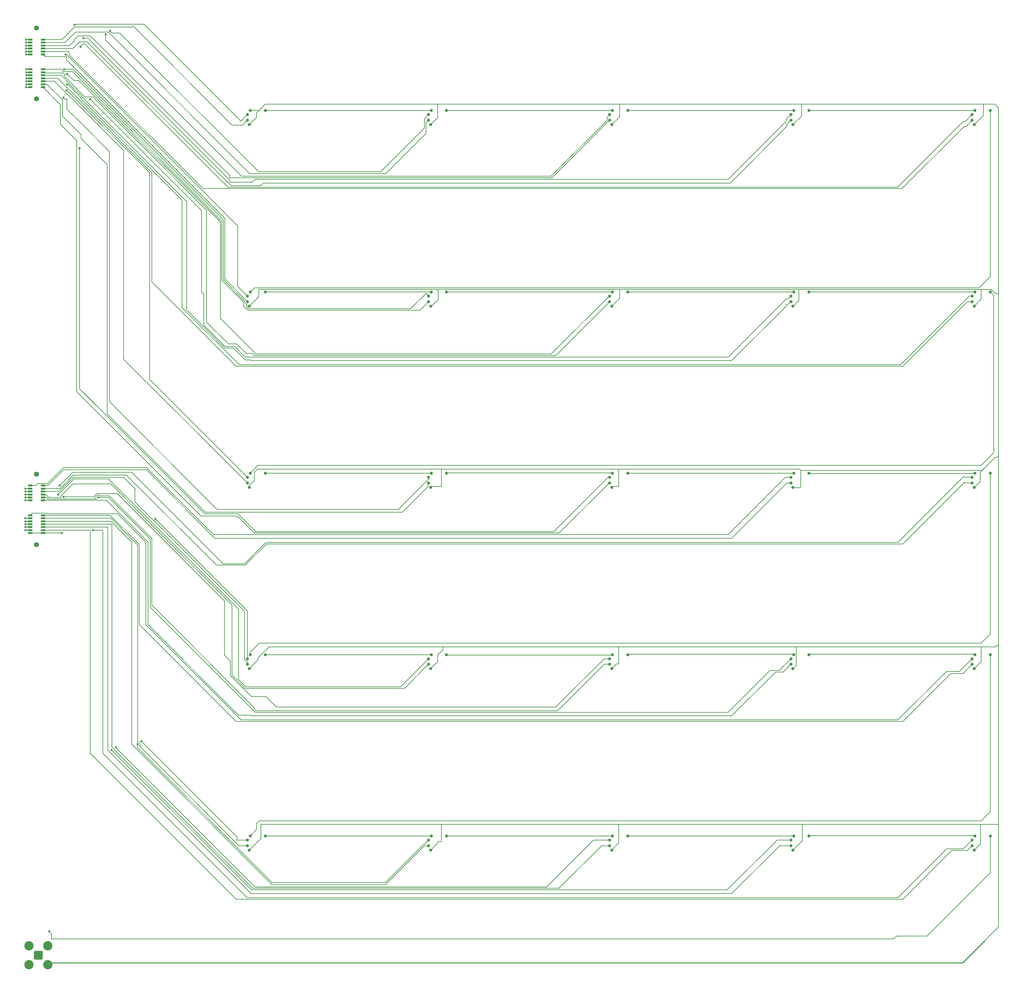
<source format=gbr>
%TF.GenerationSoftware,KiCad,Pcbnew,8.0.2-1*%
%TF.CreationDate,2024-10-14T18:36:09-04:00*%
%TF.ProjectId,EvenLayers_1.3mm_SiPM,4576656e-4c61-4796-9572-735f312e336d,rev?*%
%TF.SameCoordinates,Original*%
%TF.FileFunction,Copper,L4,Bot*%
%TF.FilePolarity,Positive*%
%FSLAX46Y46*%
G04 Gerber Fmt 4.6, Leading zero omitted, Abs format (unit mm)*
G04 Created by KiCad (PCBNEW 8.0.2-1) date 2024-10-14 18:36:09*
%MOMM*%
%LPD*%
G01*
G04 APERTURE LIST*
G04 Aperture macros list*
%AMRoundRect*
0 Rectangle with rounded corners*
0 $1 Rounding radius*
0 $2 $3 $4 $5 $6 $7 $8 $9 X,Y pos of 4 corners*
0 Add a 4 corners polygon primitive as box body*
4,1,4,$2,$3,$4,$5,$6,$7,$8,$9,$2,$3,0*
0 Add four circle primitives for the rounded corners*
1,1,$1+$1,$2,$3*
1,1,$1+$1,$4,$5*
1,1,$1+$1,$6,$7*
1,1,$1+$1,$8,$9*
0 Add four rect primitives between the rounded corners*
20,1,$1+$1,$2,$3,$4,$5,0*
20,1,$1+$1,$4,$5,$6,$7,0*
20,1,$1+$1,$6,$7,$8,$9,0*
20,1,$1+$1,$8,$9,$2,$3,0*%
G04 Aperture macros list end*
%TA.AperFunction,ComponentPad*%
%ADD10C,0.800000*%
%TD*%
%TA.AperFunction,ComponentPad*%
%ADD11RoundRect,0.200100X0.949900X-0.949900X0.949900X0.949900X-0.949900X0.949900X-0.949900X-0.949900X0*%
%TD*%
%TA.AperFunction,ComponentPad*%
%ADD12C,2.500000*%
%TD*%
%TA.AperFunction,SMDPad,CuDef*%
%ADD13R,1.200000X0.500000*%
%TD*%
%TA.AperFunction,ComponentPad*%
%ADD14C,1.348000*%
%TD*%
%TA.AperFunction,ViaPad*%
%ADD15C,0.600000*%
%TD*%
%TA.AperFunction,Conductor*%
%ADD16C,0.200000*%
%TD*%
%TA.AperFunction,Conductor*%
%ADD17C,0.250000*%
%TD*%
G04 APERTURE END LIST*
D10*
%TO.P,REF\u002A\u002A34,5*%
%TO.N,N/C*%
X322700000Y-190300000D03*
%TO.P,REF\u002A\u002A34,6*%
X326800000Y-190300000D03*
%TO.P,REF\u002A\u002A34,7*%
%TO.N,K14*%
X321950000Y-191400000D03*
%TO.P,REF\u002A\u002A34,8*%
%TO.N,A14*%
X321950000Y-192900000D03*
%TO.P,REF\u002A\u002A34,9*%
%TO.N,GND*%
X322500000Y-194100000D03*
%TD*%
%TO.P,REF\u002A\u002A40,5*%
%TO.N,N/C*%
X127500000Y-287900000D03*
%TO.P,REF\u002A\u002A40,6*%
X131600000Y-287900000D03*
%TO.P,REF\u002A\u002A40,7*%
%TO.N,K20*%
X126750000Y-289000000D03*
%TO.P,REF\u002A\u002A40,8*%
%TO.N,A20*%
X126750000Y-290500000D03*
%TO.P,REF\u002A\u002A40,9*%
%TO.N,GND*%
X127300000Y-291700000D03*
%TD*%
%TO.P,REF\u002A\u002A30,5*%
%TO.N,N/C*%
X127500000Y-190300000D03*
%TO.P,REF\u002A\u002A30,6*%
X131600000Y-190300000D03*
%TO.P,REF\u002A\u002A30,7*%
%TO.N,K10*%
X126750000Y-191400000D03*
%TO.P,REF\u002A\u002A30,8*%
%TO.N,A10*%
X126750000Y-192900000D03*
%TO.P,REF\u002A\u002A30,9*%
%TO.N,GND*%
X127300000Y-194100000D03*
%TD*%
%TO.P,REF\u002A\u002A24,5*%
%TO.N,N/C*%
X322700000Y-92700000D03*
%TO.P,REF\u002A\u002A24,6*%
X326800000Y-92700000D03*
%TO.P,REF\u002A\u002A24,7*%
%TO.N,K4*%
X321950000Y-93800000D03*
%TO.P,REF\u002A\u002A24,8*%
%TO.N,A4*%
X321950000Y-95300000D03*
%TO.P,REF\u002A\u002A24,9*%
%TO.N,GND*%
X322500000Y-96500000D03*
%TD*%
%TO.P,REF\u002A\u002A43,5*%
%TO.N,N/C*%
X273900000Y-287900000D03*
%TO.P,REF\u002A\u002A43,6*%
%TO.N,LED_23_to_24*%
X278000000Y-287900000D03*
%TO.P,REF\u002A\u002A43,7*%
%TO.N,K23*%
X273150000Y-289000000D03*
%TO.P,REF\u002A\u002A43,8*%
%TO.N,A23*%
X273150000Y-290500000D03*
%TO.P,REF\u002A\u002A43,9*%
%TO.N,GND*%
X273700000Y-291700000D03*
%TD*%
%TO.P,REF\u002A\u002A38,5*%
%TO.N,N/C*%
X273900000Y-239100000D03*
%TO.P,REF\u002A\u002A38,6*%
X278000000Y-239100000D03*
%TO.P,REF\u002A\u002A38,7*%
%TO.N,K18*%
X273150000Y-240200000D03*
%TO.P,REF\u002A\u002A38,8*%
%TO.N,A18*%
X273150000Y-241700000D03*
%TO.P,REF\u002A\u002A38,9*%
%TO.N,GND*%
X273700000Y-242900000D03*
%TD*%
D11*
%TO.P,REF\u002A\u002A,1*%
%TO.N,LED_input*%
X70500000Y-320000000D03*
D12*
%TO.P,REF\u002A\u002A,2*%
%TO.N,GND*%
X67960000Y-322540000D03*
X73040000Y-322540000D03*
X67960000Y-317460000D03*
X73040000Y-317460000D03*
%TD*%
D10*
%TO.P,REF\u002A\u002A22,5*%
%TO.N,N/C*%
X225100000Y-92700000D03*
%TO.P,REF\u002A\u002A22,6*%
X229200000Y-92700000D03*
%TO.P,REF\u002A\u002A22,7*%
%TO.N,K2*%
X224350000Y-93800000D03*
%TO.P,REF\u002A\u002A22,8*%
%TO.N,A2*%
X224350000Y-95300000D03*
%TO.P,REF\u002A\u002A22,9*%
%TO.N,GND*%
X224900000Y-96500000D03*
%TD*%
%TO.P,REF\u002A\u002A28,5*%
%TO.N,N/C*%
X273900000Y-141500000D03*
%TO.P,REF\u002A\u002A28,6*%
X278000000Y-141500000D03*
%TO.P,REF\u002A\u002A28,7*%
%TO.N,K8*%
X273150000Y-142600000D03*
%TO.P,REF\u002A\u002A28,8*%
%TO.N,A8*%
X273150000Y-144100000D03*
%TO.P,REF\u002A\u002A28,9*%
%TO.N,GND*%
X273700000Y-145300000D03*
%TD*%
%TO.P,REF\u002A\u002A23,5*%
%TO.N,N/C*%
X273900000Y-92700000D03*
%TO.P,REF\u002A\u002A23,6*%
X278000000Y-92700000D03*
%TO.P,REF\u002A\u002A23,7*%
%TO.N,K3*%
X273150000Y-93800000D03*
%TO.P,REF\u002A\u002A23,8*%
%TO.N,A3*%
X273150000Y-95300000D03*
%TO.P,REF\u002A\u002A23,9*%
%TO.N,GND*%
X273700000Y-96500000D03*
%TD*%
%TO.P,REF\u002A\u002A32,5*%
%TO.N,N/C*%
X225100000Y-190300000D03*
%TO.P,REF\u002A\u002A32,6*%
X229200000Y-190300000D03*
%TO.P,REF\u002A\u002A32,7*%
%TO.N,K12*%
X224350000Y-191400000D03*
%TO.P,REF\u002A\u002A32,8*%
%TO.N,A12*%
X224350000Y-192900000D03*
%TO.P,REF\u002A\u002A32,9*%
%TO.N,GND*%
X224900000Y-194100000D03*
%TD*%
%TO.P,REF\u002A\u002A44,5*%
%TO.N,LED_23_to_24*%
X322700000Y-287900000D03*
%TO.P,REF\u002A\u002A44,6*%
%TO.N,LED_input_after_resistor*%
X326800000Y-287900000D03*
%TO.P,REF\u002A\u002A44,7*%
%TO.N,K24*%
X321950000Y-289000000D03*
%TO.P,REF\u002A\u002A44,8*%
%TO.N,A24*%
X321950000Y-290500000D03*
%TO.P,REF\u002A\u002A44,9*%
%TO.N,GND*%
X322500000Y-291700000D03*
%TD*%
%TO.P,REF\u002A\u002A26,5*%
%TO.N,N/C*%
X176300000Y-141500000D03*
%TO.P,REF\u002A\u002A26,6*%
X180400000Y-141500000D03*
%TO.P,REF\u002A\u002A26,7*%
%TO.N,K6*%
X175550000Y-142600000D03*
%TO.P,REF\u002A\u002A26,8*%
%TO.N,A6*%
X175550000Y-144100000D03*
%TO.P,REF\u002A\u002A26,9*%
%TO.N,GND*%
X176100000Y-145300000D03*
%TD*%
%TO.P,REF\u002A\u002A36,5*%
%TO.N,N/C*%
X176300000Y-239100000D03*
%TO.P,REF\u002A\u002A36,6*%
X180400000Y-239100000D03*
%TO.P,REF\u002A\u002A36,7*%
%TO.N,K16*%
X175550000Y-240200000D03*
%TO.P,REF\u002A\u002A36,8*%
%TO.N,A16*%
X175550000Y-241700000D03*
%TO.P,REF\u002A\u002A36,9*%
%TO.N,GND*%
X176100000Y-242900000D03*
%TD*%
%TO.P,REF\u002A\u002A20,5*%
%TO.N,GND*%
X127500000Y-92700000D03*
%TO.P,REF\u002A\u002A20,6*%
%TO.N,N/C*%
X131600000Y-92700000D03*
%TO.P,REF\u002A\u002A20,7*%
%TO.N,K0*%
X126750000Y-93800000D03*
%TO.P,REF\u002A\u002A20,8*%
%TO.N,A0*%
X126750000Y-95300000D03*
%TO.P,REF\u002A\u002A20,9*%
%TO.N,GND*%
X127300000Y-96500000D03*
%TD*%
%TO.P,REF\u002A\u002A25,5*%
%TO.N,N/C*%
X127500000Y-141500000D03*
%TO.P,REF\u002A\u002A25,6*%
X131600000Y-141500000D03*
%TO.P,REF\u002A\u002A25,7*%
%TO.N,K5*%
X126750000Y-142600000D03*
%TO.P,REF\u002A\u002A25,8*%
%TO.N,A5*%
X126750000Y-144100000D03*
%TO.P,REF\u002A\u002A25,9*%
%TO.N,GND*%
X127300000Y-145300000D03*
%TD*%
%TO.P,REF\u002A\u002A37,5*%
%TO.N,N/C*%
X225100000Y-239100000D03*
%TO.P,REF\u002A\u002A37,6*%
X229200000Y-239100000D03*
%TO.P,REF\u002A\u002A37,7*%
%TO.N,K17*%
X224350000Y-240200000D03*
%TO.P,REF\u002A\u002A37,8*%
%TO.N,A17*%
X224350000Y-241700000D03*
%TO.P,REF\u002A\u002A37,9*%
%TO.N,GND*%
X224900000Y-242900000D03*
%TD*%
%TO.P,REF\u002A\u002A31,5*%
%TO.N,N/C*%
X176300000Y-190300000D03*
%TO.P,REF\u002A\u002A31,6*%
X180400000Y-190300000D03*
%TO.P,REF\u002A\u002A31,7*%
%TO.N,K11*%
X175550000Y-191400000D03*
%TO.P,REF\u002A\u002A31,8*%
%TO.N,A11*%
X175550000Y-192900000D03*
%TO.P,REF\u002A\u002A31,9*%
%TO.N,GND*%
X176100000Y-194100000D03*
%TD*%
%TO.P,REF\u002A\u002A27,5*%
%TO.N,N/C*%
X225100000Y-141500000D03*
%TO.P,REF\u002A\u002A27,6*%
X229200000Y-141500000D03*
%TO.P,REF\u002A\u002A27,7*%
%TO.N,K7*%
X224350000Y-142600000D03*
%TO.P,REF\u002A\u002A27,8*%
%TO.N,A7*%
X224350000Y-144100000D03*
%TO.P,REF\u002A\u002A27,9*%
%TO.N,GND*%
X224900000Y-145300000D03*
%TD*%
%TO.P,REF\u002A\u002A41,5*%
%TO.N,N/C*%
X176300000Y-287900000D03*
%TO.P,REF\u002A\u002A41,6*%
X180400000Y-287900000D03*
%TO.P,REF\u002A\u002A41,7*%
%TO.N,K21*%
X175550000Y-289000000D03*
%TO.P,REF\u002A\u002A41,8*%
%TO.N,A21*%
X175550000Y-290500000D03*
%TO.P,REF\u002A\u002A41,9*%
%TO.N,GND*%
X176100000Y-291700000D03*
%TD*%
%TO.P,REF\u002A\u002A29,5*%
%TO.N,N/C*%
X322700000Y-141500000D03*
%TO.P,REF\u002A\u002A29,6*%
X326800000Y-141500000D03*
%TO.P,REF\u002A\u002A29,7*%
%TO.N,K9*%
X321950000Y-142600000D03*
%TO.P,REF\u002A\u002A29,8*%
%TO.N,A9*%
X321950000Y-144100000D03*
%TO.P,REF\u002A\u002A29,9*%
%TO.N,GND*%
X322500000Y-145300000D03*
%TD*%
%TO.P,REF\u002A\u002A21,5*%
%TO.N,N/C*%
X176300000Y-92700000D03*
%TO.P,REF\u002A\u002A21,6*%
X180400000Y-92700000D03*
%TO.P,REF\u002A\u002A21,7*%
%TO.N,K1*%
X175550000Y-93800000D03*
%TO.P,REF\u002A\u002A21,8*%
%TO.N,A1*%
X175550000Y-95300000D03*
%TO.P,REF\u002A\u002A21,9*%
%TO.N,GND*%
X176100000Y-96500000D03*
%TD*%
%TO.P,REF\u002A\u002A42,5*%
%TO.N,N/C*%
X225100000Y-287900000D03*
%TO.P,REF\u002A\u002A42,6*%
X229200000Y-287900000D03*
%TO.P,REF\u002A\u002A42,7*%
%TO.N,K22*%
X224350000Y-289000000D03*
%TO.P,REF\u002A\u002A42,8*%
%TO.N,A22*%
X224350000Y-290500000D03*
%TO.P,REF\u002A\u002A42,9*%
%TO.N,GND*%
X224900000Y-291700000D03*
%TD*%
%TO.P,REF\u002A\u002A35,5*%
%TO.N,N/C*%
X127500000Y-239100000D03*
%TO.P,REF\u002A\u002A35,6*%
X131600000Y-239100000D03*
%TO.P,REF\u002A\u002A35,7*%
%TO.N,K15*%
X126750000Y-240200000D03*
%TO.P,REF\u002A\u002A35,8*%
%TO.N,A15*%
X126750000Y-241700000D03*
%TO.P,REF\u002A\u002A35,9*%
%TO.N,GND*%
X127300000Y-242900000D03*
%TD*%
%TO.P,REF\u002A\u002A39,5*%
%TO.N,N/C*%
X322700000Y-239100000D03*
%TO.P,REF\u002A\u002A39,6*%
X326800000Y-239100000D03*
%TO.P,REF\u002A\u002A39,7*%
%TO.N,K19*%
X321950000Y-240200000D03*
%TO.P,REF\u002A\u002A39,8*%
%TO.N,A19*%
X321950000Y-241700000D03*
%TO.P,REF\u002A\u002A39,9*%
%TO.N,GND*%
X322500000Y-242900000D03*
%TD*%
%TO.P,REF\u002A\u002A33,5*%
%TO.N,N/C*%
X273900000Y-190300000D03*
%TO.P,REF\u002A\u002A33,6*%
X278000000Y-190300000D03*
%TO.P,REF\u002A\u002A33,7*%
%TO.N,K13*%
X273150000Y-191400000D03*
%TO.P,REF\u002A\u002A33,8*%
%TO.N,A13*%
X273150000Y-192900000D03*
%TO.P,REF\u002A\u002A33,9*%
%TO.N,GND*%
X273700000Y-194100000D03*
%TD*%
D13*
%TO.P,REF\u002A\u002A,01*%
%TO.N,A0*%
X71700000Y-73600000D03*
%TO.P,REF\u002A\u002A,02*%
%TO.N,K0*%
X68300000Y-73600000D03*
%TO.N,A1*%
X71700000Y-74400000D03*
%TO.P,REF\u002A\u002A,04*%
%TO.N,K1*%
X68300000Y-74400000D03*
%TO.P,REF\u002A\u002A,05*%
%TO.N,A2*%
X71700000Y-75200000D03*
%TO.P,REF\u002A\u002A,06*%
%TO.N,K2*%
X68300000Y-75200000D03*
%TO.P,REF\u002A\u002A,07*%
%TO.N,A3*%
X71700000Y-76000000D03*
%TO.P,REF\u002A\u002A,08*%
%TO.N,K3*%
X68300000Y-76000000D03*
%TO.P,REF\u002A\u002A,09*%
%TO.N,A4*%
X71700000Y-76800000D03*
%TO.P,REF\u002A\u002A,10*%
%TO.N,K4*%
X68300000Y-76800000D03*
%TO.P,REF\u002A\u002A,11*%
%TO.N,A5*%
X71700000Y-77600000D03*
%TO.P,REF\u002A\u002A,12*%
%TO.N,K5*%
X68300000Y-77600000D03*
%TO.P,REF\u002A\u002A,13*%
%TO.N,A6*%
X71700000Y-81600000D03*
%TO.P,REF\u002A\u002A,14*%
%TO.N,K6*%
X68300000Y-81600000D03*
%TO.P,REF\u002A\u002A,15*%
%TO.N,A7*%
X71700000Y-82400000D03*
%TO.P,REF\u002A\u002A,16*%
%TO.N,K7*%
X68300000Y-82400000D03*
%TO.P,REF\u002A\u002A,17*%
%TO.N,A8*%
X71700000Y-83200000D03*
%TO.P,REF\u002A\u002A,18*%
%TO.N,K8*%
X68300000Y-83200000D03*
%TO.P,REF\u002A\u002A,19*%
%TO.N,A9*%
X71700000Y-84000000D03*
%TO.P,REF\u002A\u002A,20*%
%TO.N,K9*%
X68300000Y-84000000D03*
%TO.P,REF\u002A\u002A,21*%
%TO.N,A10*%
X71700000Y-84800000D03*
%TO.P,REF\u002A\u002A,22*%
%TO.N,K10*%
X68300000Y-84800000D03*
%TO.P,REF\u002A\u002A,23*%
%TO.N,A11*%
X71700000Y-85600000D03*
%TO.P,REF\u002A\u002A,24*%
%TO.N,K11*%
X68300000Y-85600000D03*
%TO.P,REF\u002A\u002A,25*%
%TO.N,A12*%
X71700000Y-86400000D03*
%TO.P,REF\u002A\u002A,26*%
%TO.N,K12*%
X68300000Y-86400000D03*
D14*
%TO.P,REF\u002A\u002A,S1*%
%TO.N,N/C*%
X70000000Y-70505000D03*
%TO.P,REF\u002A\u002A,S2*%
X70000000Y-89495000D03*
%TD*%
D13*
%TO.P,REF\u002A\u002A,01*%
%TO.N,A13*%
X71700000Y-193600000D03*
%TO.P,REF\u002A\u002A,02*%
%TO.N,K13*%
X68300000Y-193600000D03*
%TO.N,A14*%
X71700000Y-194400000D03*
%TO.P,REF\u002A\u002A,04*%
%TO.N,K14*%
X68300000Y-194400000D03*
%TO.P,REF\u002A\u002A,05*%
%TO.N,A15*%
X71700000Y-195200000D03*
%TO.P,REF\u002A\u002A,06*%
%TO.N,K15*%
X68300000Y-195200000D03*
%TO.P,REF\u002A\u002A,07*%
%TO.N,A16*%
X71700000Y-196000000D03*
%TO.P,REF\u002A\u002A,08*%
%TO.N,K16*%
X68300000Y-196000000D03*
%TO.P,REF\u002A\u002A,09*%
%TO.N,A17*%
X71700000Y-196800000D03*
%TO.P,REF\u002A\u002A,10*%
%TO.N,K17*%
X68300000Y-196800000D03*
%TO.P,REF\u002A\u002A,11*%
%TO.N,A18*%
X71700000Y-197600000D03*
%TO.P,REF\u002A\u002A,12*%
%TO.N,K18*%
X68300000Y-197600000D03*
%TO.P,REF\u002A\u002A,13*%
%TO.N,A19*%
X71700000Y-201600000D03*
%TO.P,REF\u002A\u002A,14*%
%TO.N,K19*%
X68300000Y-201600000D03*
%TO.P,REF\u002A\u002A,15*%
%TO.N,A20*%
X71700000Y-202400000D03*
%TO.P,REF\u002A\u002A,16*%
%TO.N,K20*%
X68300000Y-202400000D03*
%TO.P,REF\u002A\u002A,17*%
%TO.N,A21*%
X71700000Y-203200000D03*
%TO.P,REF\u002A\u002A,18*%
%TO.N,K21*%
X68300000Y-203200000D03*
%TO.P,REF\u002A\u002A,19*%
%TO.N,A22*%
X71700000Y-204000000D03*
%TO.P,REF\u002A\u002A,20*%
%TO.N,K22*%
X68300000Y-204000000D03*
%TO.P,REF\u002A\u002A,21*%
%TO.N,A23*%
X71700000Y-204800000D03*
%TO.P,REF\u002A\u002A,22*%
%TO.N,K23*%
X68300000Y-204800000D03*
%TO.P,REF\u002A\u002A,23*%
%TO.N,A24*%
X71700000Y-205600000D03*
%TO.P,REF\u002A\u002A,24*%
%TO.N,K24*%
X68300000Y-205600000D03*
%TO.P,REF\u002A\u002A,25*%
%TO.N,GND*%
X71700000Y-206400000D03*
%TO.P,REF\u002A\u002A,26*%
X68300000Y-206400000D03*
D14*
%TO.P,REF\u002A\u002A,S1*%
%TO.N,N/C*%
X70000000Y-190505000D03*
%TO.P,REF\u002A\u002A,S2*%
X70000000Y-209495000D03*
%TD*%
D15*
%TO.N,GND*%
X76800000Y-206400000D03*
%TO.N,K0*%
X80200000Y-69600000D03*
X67200000Y-73600000D03*
%TO.N,K1*%
X67200000Y-74400000D03*
X89800000Y-71200000D03*
%TO.N,K2*%
X67200000Y-75200000D03*
X88600000Y-72200000D03*
%TO.N,K3*%
X82600000Y-73200000D03*
X67200000Y-76000000D03*
%TO.N,K4*%
X67200000Y-76800000D03*
X81800000Y-75600000D03*
%TO.N,K5*%
X67200000Y-77600000D03*
X77800000Y-77600000D03*
%TO.N,K6*%
X77400000Y-81600000D03*
X67250000Y-81600000D03*
%TO.N,K7*%
X67250000Y-82400000D03*
X78200000Y-82800000D03*
%TO.N,K8*%
X84400000Y-89600000D03*
X67250000Y-83200000D03*
%TO.N,K9*%
X67250000Y-84000000D03*
X78200000Y-85600000D03*
%TO.N,K10*%
X67250000Y-84800000D03*
X78124265Y-87275735D03*
%TO.N,K11*%
X67250000Y-85600000D03*
X77200000Y-89200000D03*
%TO.N,K12*%
X81600000Y-102800000D03*
X67200000Y-86400000D03*
%TO.N,K14*%
X67000000Y-194400000D03*
X76192892Y-193592892D03*
%TO.N,K15*%
X102000000Y-202600000D03*
X67000000Y-195200000D03*
%TO.N,K16*%
X75800000Y-196000000D03*
X67000000Y-196000000D03*
%TO.N,K17*%
X77200000Y-196600000D03*
X67000000Y-196800000D03*
%TO.N,K18*%
X67000000Y-197600000D03*
X86600000Y-196800000D03*
%TO.N,K20*%
X67000000Y-202400000D03*
X98200000Y-262400000D03*
%TO.N,K21*%
X67000000Y-203200000D03*
X97200000Y-263200000D03*
%TO.N,K22*%
X91400000Y-264000000D03*
X67000000Y-204000000D03*
%TO.N,K23*%
X90200000Y-264800000D03*
X67000000Y-204800000D03*
%TO.N,K24*%
X67000000Y-205600000D03*
X85224265Y-205575735D03*
%TO.N,LED_input_after_resistor*%
X73400000Y-313600000D03*
%TD*%
D16*
%TO.N,*%
X324400000Y-236000000D02*
X130000000Y-236000000D01*
X180400000Y-190300000D02*
X180500000Y-190200000D01*
X229200000Y-190300000D02*
X273900000Y-190300000D01*
X130000000Y-283800000D02*
X324400000Y-283800000D01*
X225100000Y-287900000D02*
X180400000Y-287900000D01*
X326800000Y-190300000D02*
X326800000Y-233600000D01*
X128600000Y-140400000D02*
X127500000Y-141500000D01*
X180400000Y-239100000D02*
X180500000Y-239200000D01*
X324400000Y-283800000D02*
X326800000Y-281400000D01*
X327800000Y-142500000D02*
X326800000Y-141500000D01*
X326800000Y-233600000D02*
X324400000Y-236000000D01*
X322600000Y-239000000D02*
X322700000Y-239100000D01*
X129250000Y-286150000D02*
X129250000Y-284550000D01*
X225000000Y-190200000D02*
X225100000Y-190300000D01*
X127500000Y-190300000D02*
X129600000Y-188200000D01*
X176300000Y-239100000D02*
X131600000Y-239100000D01*
X127500000Y-238500000D02*
X130000000Y-236000000D01*
X129600000Y-188200000D02*
X324400000Y-188200000D01*
X322700000Y-92700000D02*
X278000000Y-92700000D01*
X277900000Y-239000000D02*
X322600000Y-239000000D01*
X180500000Y-190200000D02*
X225000000Y-190200000D01*
X273800000Y-239000000D02*
X273900000Y-239100000D01*
X176300000Y-92700000D02*
X131600000Y-92700000D01*
X323800000Y-140400000D02*
X128600000Y-140400000D01*
X273900000Y-92700000D02*
X229200000Y-92700000D01*
X176300000Y-141500000D02*
X131600000Y-141500000D01*
X225000000Y-239200000D02*
X225100000Y-239100000D01*
X176300000Y-287900000D02*
X131600000Y-287900000D01*
X229200000Y-287900000D02*
X273900000Y-287900000D01*
X129250000Y-284550000D02*
X130000000Y-283800000D01*
X326800000Y-92700000D02*
X326800000Y-137400000D01*
X225100000Y-141500000D02*
X180400000Y-141500000D01*
X326800000Y-137400000D02*
X323800000Y-140400000D01*
X273900000Y-141500000D02*
X229200000Y-141500000D01*
X127500000Y-239100000D02*
X127500000Y-238500000D01*
X326800000Y-281400000D02*
X326800000Y-239100000D01*
X225100000Y-92700000D02*
X180400000Y-92700000D01*
X130000000Y-236000000D02*
X129250000Y-236750000D01*
X322600000Y-190400000D02*
X322700000Y-190300000D01*
X180500000Y-239200000D02*
X225000000Y-239200000D01*
X131600000Y-190300000D02*
X176300000Y-190300000D01*
X278000000Y-190300000D02*
X278100000Y-190400000D01*
X278000000Y-141500000D02*
X322700000Y-141500000D01*
X229100000Y-239000000D02*
X273800000Y-239000000D01*
X127500000Y-287900000D02*
X129250000Y-286150000D01*
X278100000Y-190400000D02*
X322600000Y-190400000D01*
X327800000Y-184800000D02*
X327800000Y-142500000D01*
X324400000Y-188200000D02*
X327800000Y-184800000D01*
%TO.N,GND*%
X128600000Y-190000000D02*
X129400000Y-189200000D01*
X324400000Y-141000000D02*
X324200000Y-140800000D01*
X178950000Y-289450000D02*
X178000000Y-289450000D01*
X178000000Y-241000000D02*
X176100000Y-242900000D01*
X322550000Y-193850000D02*
X322600000Y-193800000D01*
X226200000Y-241600000D02*
X224900000Y-242900000D01*
X274800000Y-237000000D02*
X226800000Y-237000000D01*
X327800000Y-237000000D02*
X328400000Y-237000000D01*
X273700000Y-291700000D02*
X276200000Y-289200000D01*
X275800000Y-189500000D02*
X275500000Y-189200000D01*
X329000000Y-236400000D02*
X329000000Y-312400000D01*
X179000000Y-189200000D02*
X179000000Y-193800000D01*
X226800000Y-189200000D02*
X226800000Y-193800000D01*
X178200000Y-143515686D02*
X176257843Y-145457843D01*
X273800000Y-140800000D02*
X225389950Y-140800000D01*
X327089950Y-140800000D02*
X328200000Y-141910050D01*
X129800000Y-142800000D02*
X129800000Y-140800000D01*
X324200000Y-140800000D02*
X273800000Y-140800000D01*
X176100000Y-96500000D02*
X178000000Y-94600000D01*
X178000000Y-91000000D02*
X227000000Y-91000000D01*
X324400000Y-143400000D02*
X324400000Y-141000000D01*
X179200000Y-189200000D02*
X129400000Y-189200000D01*
X276200000Y-289200000D02*
X276200000Y-284800000D01*
D17*
X319400000Y-322000000D02*
X325275000Y-316125000D01*
D16*
X275500000Y-189200000D02*
X226800000Y-189200000D01*
X225150000Y-193850000D02*
X224900000Y-194100000D01*
X68300000Y-206400000D02*
X76800000Y-206400000D01*
X273800000Y-145300000D02*
X275300000Y-143800000D01*
X276000000Y-94200000D02*
X276000000Y-91000000D01*
X178950000Y-193850000D02*
X176350000Y-193850000D01*
X226750000Y-193850000D02*
X225150000Y-193850000D01*
X274600000Y-237000000D02*
X324400000Y-237000000D01*
X179000000Y-284800000D02*
X179000000Y-289400000D01*
X274600000Y-242000000D02*
X274600000Y-237000000D01*
X224900000Y-96500000D02*
X227000000Y-94400000D01*
D17*
X72600000Y-322000000D02*
X319400000Y-322000000D01*
D16*
X273700000Y-242900000D02*
X274600000Y-242000000D01*
X226800000Y-289800000D02*
X226800000Y-284800000D01*
X176100000Y-291700000D02*
X178000000Y-289800000D01*
X328000000Y-91000000D02*
X329000000Y-92000000D01*
X178200000Y-141200000D02*
X178200000Y-143515686D01*
X179400000Y-237000000D02*
X132600000Y-237000000D01*
X177800000Y-140800000D02*
X225389950Y-140800000D01*
X129900000Y-92700000D02*
X129250000Y-93350000D01*
X129800000Y-140800000D02*
X177800000Y-140800000D01*
X324700000Y-189500000D02*
X325600000Y-188600000D01*
X176350000Y-193850000D02*
X176100000Y-194100000D01*
X227000000Y-237000000D02*
X179400000Y-237000000D01*
X226800000Y-241600000D02*
X226200000Y-241600000D01*
X273700000Y-96500000D02*
X276000000Y-94200000D01*
X325600000Y-188600000D02*
X324150000Y-190050000D01*
X224900000Y-291700000D02*
X226800000Y-289800000D01*
X328200000Y-186000000D02*
X328800000Y-186000000D01*
X328400000Y-237000000D02*
X329000000Y-236400000D01*
X129600000Y-240600000D02*
X129600000Y-240000000D01*
X127300000Y-145300000D02*
X129800000Y-142800000D01*
X328200000Y-186000000D02*
X325600000Y-188600000D01*
X324150000Y-190050000D02*
X324150000Y-192450000D01*
X227000000Y-189200000D02*
X179000000Y-189200000D01*
X322500000Y-96500000D02*
X325000000Y-94000000D01*
X227000000Y-143200000D02*
X224900000Y-145300000D01*
X275300000Y-143800000D02*
X275300000Y-140800000D01*
X129250000Y-94550000D02*
X127300000Y-96500000D01*
X276200000Y-284800000D02*
X274600000Y-284800000D01*
X178000000Y-94600000D02*
X178000000Y-91000000D01*
X325000000Y-91000000D02*
X328000000Y-91000000D01*
X178000000Y-239200000D02*
X179400000Y-237800000D01*
X328800000Y-284800000D02*
X324200000Y-284800000D01*
X322600000Y-284800000D02*
X276200000Y-284800000D01*
X324200000Y-284800000D02*
X324200000Y-290000000D01*
X275800000Y-189500000D02*
X324700000Y-189500000D01*
X329000000Y-92000000D02*
X329000000Y-142000000D01*
X276000000Y-91000000D02*
X325000000Y-91000000D01*
X132600000Y-237000000D02*
X129600000Y-240000000D01*
X329000000Y-312400000D02*
X319400000Y-322000000D01*
X329000000Y-285000000D02*
X328800000Y-284800000D01*
X328910050Y-141910050D02*
X329000000Y-142000000D01*
X328800000Y-186000000D02*
X329000000Y-185800000D01*
X329000000Y-142000000D02*
X329000000Y-185800000D01*
X324200000Y-140800000D02*
X327089950Y-140800000D01*
X324200000Y-290000000D02*
X322500000Y-291700000D01*
X129250000Y-93350000D02*
X129250000Y-94550000D01*
X179200000Y-284800000D02*
X130400000Y-284800000D01*
X130400000Y-284800000D02*
X130400000Y-288600000D01*
X324400000Y-241000000D02*
X324400000Y-237000000D01*
X127500000Y-92700000D02*
X129900000Y-92700000D01*
X225389950Y-140800000D02*
X227000000Y-140800000D01*
X227000000Y-140800000D02*
X227000000Y-143200000D01*
X127300000Y-193500000D02*
X127300000Y-194100000D01*
X275750000Y-194150000D02*
X273650000Y-194150000D01*
X325000000Y-94000000D02*
X325000000Y-91000000D01*
X322500000Y-145300000D02*
X324400000Y-143400000D01*
X177800000Y-140800000D02*
X178200000Y-141200000D01*
X127300000Y-291700000D02*
X130400000Y-288600000D01*
X324200000Y-284800000D02*
X322600000Y-284800000D01*
X227000000Y-94400000D02*
X227000000Y-91000000D01*
X227000000Y-284800000D02*
X179000000Y-284800000D01*
X178000000Y-241000000D02*
X178000000Y-239200000D01*
X275800000Y-189500000D02*
X275800000Y-194100000D01*
X328200000Y-141910050D02*
X328910050Y-141910050D01*
X322500000Y-242900000D02*
X324400000Y-241000000D01*
X179400000Y-237000000D02*
X179400000Y-237800000D01*
X329000000Y-185800000D02*
X329000000Y-236400000D01*
X131600000Y-91000000D02*
X178000000Y-91000000D01*
X128600000Y-192200000D02*
X128600000Y-190000000D01*
X227000000Y-91000000D02*
X276000000Y-91000000D01*
X324400000Y-237000000D02*
X327800000Y-237000000D01*
X324150000Y-192450000D02*
X322500000Y-194100000D01*
X129900000Y-92700000D02*
X131600000Y-91000000D01*
X226800000Y-284800000D02*
X274800000Y-284800000D01*
X128600000Y-192200000D02*
X127300000Y-193500000D01*
X226800000Y-237000000D02*
X226800000Y-241600000D01*
X178000000Y-289800000D02*
X178000000Y-289450000D01*
X127300000Y-242900000D02*
X129600000Y-240600000D01*
X275300000Y-140800000D02*
X273800000Y-140800000D01*
%TO.N,K0*%
X125025000Y-95525000D02*
X98948529Y-69448529D01*
X80351471Y-69448529D02*
X80200000Y-69600000D01*
X126750000Y-93800000D02*
X125025000Y-95525000D01*
X67200000Y-73600000D02*
X68300000Y-73600000D01*
X98948529Y-69448529D02*
X80351471Y-69448529D01*
%TO.N,A0*%
X96000000Y-70000000D02*
X122625000Y-96625000D01*
X71700000Y-73600000D02*
X76800000Y-73600000D01*
X125425000Y-96625000D02*
X126750000Y-95300000D01*
X76800000Y-73600000D02*
X80200000Y-70200000D01*
X122625000Y-96625000D02*
X125425000Y-96625000D01*
X80200000Y-70200000D02*
X95800000Y-70200000D01*
X95800000Y-70200000D02*
X96000000Y-70000000D01*
%TO.N,K1*%
X174425000Y-97425000D02*
X174425000Y-94925000D01*
X89800000Y-71200000D02*
X90400000Y-71800000D01*
X162650000Y-109200000D02*
X174425000Y-97425000D01*
X90400000Y-71800000D02*
X92400000Y-71800000D01*
X129800000Y-109200000D02*
X162650000Y-109200000D01*
X174425000Y-94925000D02*
X175550000Y-93800000D01*
X67200000Y-74400000D02*
X68300000Y-74400000D01*
X92400000Y-71800000D02*
X129800000Y-109200000D01*
%TO.N,A1*%
X81800000Y-71600000D02*
X80497059Y-71600000D01*
X80497059Y-71600000D02*
X77697059Y-74400000D01*
X175550000Y-95300000D02*
X174850000Y-96000000D01*
X77697059Y-74400000D02*
X71700000Y-74400000D01*
X174850000Y-98850000D02*
X164050000Y-109650000D01*
X84000000Y-71600000D02*
X81800000Y-71600000D01*
X164050000Y-109650000D02*
X127401471Y-109650000D01*
X174850000Y-96000000D02*
X174850000Y-98850000D01*
X127401471Y-109650000D02*
X89351471Y-71600000D01*
X164050000Y-109650000D02*
X163900000Y-109800000D01*
X89351471Y-71600000D02*
X81800000Y-71600000D01*
%TO.N,K2*%
X67200000Y-75200000D02*
X68300000Y-75200000D01*
X88600000Y-72200000D02*
X88600000Y-73800000D01*
X223650000Y-95350000D02*
X223650000Y-94500000D01*
X125000000Y-110200000D02*
X125200000Y-110400000D01*
X125200000Y-110400000D02*
X208600000Y-110400000D01*
X88600000Y-73800000D02*
X125000000Y-110200000D01*
X208600000Y-110400000D02*
X223650000Y-95350000D01*
X223650000Y-94500000D02*
X224350000Y-93800000D01*
%TO.N,A2*%
X121931372Y-110800000D02*
X121931372Y-110131372D01*
X80200000Y-73565686D02*
X80200000Y-73848529D01*
X224350000Y-95300000D02*
X208850000Y-110800000D01*
X84400000Y-72600000D02*
X81165686Y-72600000D01*
X81165686Y-72600000D02*
X80200000Y-73565686D01*
X78848529Y-75200000D02*
X71700000Y-75200000D01*
X208850000Y-110800000D02*
X121931372Y-110800000D01*
X80200000Y-73848529D02*
X78848529Y-75200000D01*
X121931372Y-110131372D02*
X84400000Y-72600000D01*
%TO.N,K3*%
X84200000Y-73634313D02*
X122000000Y-111434313D01*
X271900000Y-95050000D02*
X273150000Y-93800000D01*
X128800000Y-111200000D02*
X128000000Y-112000000D01*
X84200000Y-73200000D02*
X84200000Y-73634313D01*
X67200000Y-76000000D02*
X68300000Y-76000000D01*
X256250000Y-111200000D02*
X128800000Y-111200000D01*
X128000000Y-112000000D02*
X122000000Y-112000000D01*
X271900000Y-95550000D02*
X256250000Y-111200000D01*
X122000000Y-111434313D02*
X122000000Y-112000000D01*
X84200000Y-73200000D02*
X82600000Y-73200000D01*
X271900000Y-95550000D02*
X271900000Y-95050000D01*
%TO.N,A3*%
X81600000Y-74200000D02*
X79800000Y-76000000D01*
X271900000Y-97100000D02*
X256800000Y-112200000D01*
X131000000Y-112200000D02*
X130300000Y-112900000D01*
X273150000Y-95300000D02*
X272100000Y-96350000D01*
X256800000Y-112200000D02*
X131000000Y-112200000D01*
X79800000Y-76000000D02*
X71700000Y-76000000D01*
X130300000Y-112900000D02*
X122334315Y-112900000D01*
X271900000Y-97050000D02*
X271900000Y-97100000D01*
X272100000Y-96850000D02*
X271900000Y-97050000D01*
X81600000Y-74200000D02*
X81200000Y-74600000D01*
X83634315Y-74200000D02*
X81600000Y-74200000D01*
X122334315Y-112900000D02*
X83634315Y-74200000D01*
X272100000Y-96350000D02*
X272100000Y-96850000D01*
%TO.N,K4*%
X81800000Y-75600000D02*
X82800000Y-74600000D01*
X301900000Y-113300000D02*
X319650000Y-95550000D01*
X121500000Y-113300000D02*
X301900000Y-113300000D01*
X320200000Y-95550000D02*
X321950000Y-93800000D01*
X67200000Y-76800000D02*
X68300000Y-76800000D01*
X319650000Y-95550000D02*
X320200000Y-95550000D01*
X82800000Y-74600000D02*
X121500000Y-113300000D01*
%TO.N,A4*%
X78800000Y-77751471D02*
X78800000Y-76800000D01*
X321950000Y-95300000D02*
X320200000Y-97050000D01*
X114748529Y-113700000D02*
X78800000Y-77751471D01*
X303050000Y-113700000D02*
X114748529Y-113700000D01*
X319700000Y-97050000D02*
X303050000Y-113700000D01*
X78800000Y-76800000D02*
X71700000Y-76800000D01*
X320200000Y-97050000D02*
X319700000Y-97050000D01*
%TO.N,K5*%
X77800000Y-77600000D02*
X78014214Y-77600000D01*
X126750000Y-142600000D02*
X124175000Y-140025000D01*
X124175000Y-123760786D02*
X124175000Y-140025000D01*
X78014214Y-77600000D02*
X124175000Y-123760786D01*
X67200000Y-77600000D02*
X68300000Y-77600000D01*
%TO.N,A5*%
X120650000Y-121684315D02*
X78048529Y-79082844D01*
X78048529Y-78200000D02*
X72300000Y-78200000D01*
X120650000Y-138000000D02*
X120650000Y-121684315D01*
X72300000Y-78200000D02*
X71700000Y-77600000D01*
X78048529Y-79082844D02*
X78048529Y-78200000D01*
X126750000Y-144100000D02*
X120650000Y-138000000D01*
%TO.N,K6*%
X126600000Y-145589950D02*
X126600000Y-144939950D01*
X127010050Y-146000000D02*
X126600000Y-145589950D01*
X170750000Y-146000000D02*
X127010050Y-146000000D01*
X79800000Y-81600000D02*
X77400000Y-81600000D01*
X175550000Y-142600000D02*
X174850000Y-141900000D01*
X174850000Y-141900000D02*
X170750000Y-146000000D01*
X126050000Y-144389950D02*
X126050000Y-143965686D01*
X67250000Y-81600000D02*
X68300000Y-81600000D01*
X126600000Y-144939950D02*
X126050000Y-144389950D01*
X120250000Y-122050000D02*
X79800000Y-81600000D01*
X120250000Y-138165686D02*
X120250000Y-122050000D01*
X126050000Y-143965686D02*
X120250000Y-138165686D01*
%TO.N,A6*%
X79600000Y-82200000D02*
X77151471Y-82200000D01*
X175550000Y-144100000D02*
X173250000Y-146400000D01*
X125650000Y-144131372D02*
X123210785Y-141692157D01*
X126844364Y-146400000D02*
X125650000Y-145205636D01*
X119850000Y-122450000D02*
X79600000Y-82200000D01*
X125650000Y-145205636D02*
X125650000Y-144131372D01*
X173250000Y-146400000D02*
X126844364Y-146400000D01*
X123659314Y-142140686D02*
X119850000Y-138331372D01*
X119850000Y-138331372D02*
X119850000Y-122450000D01*
X77151471Y-82200000D02*
X76551471Y-81600000D01*
X76551471Y-81600000D02*
X71700000Y-81600000D01*
%TO.N,K7*%
X224200000Y-142600000D02*
X224350000Y-142600000D01*
X81400000Y-84600000D02*
X119450000Y-122650000D01*
X119450000Y-148615686D02*
X129034314Y-158200000D01*
X78200000Y-82800000D02*
X80000000Y-84600000D01*
X208600000Y-158200000D02*
X224200000Y-142600000D01*
X67250000Y-82400000D02*
X68300000Y-82400000D01*
X119450000Y-122650000D02*
X119450000Y-148615686D01*
X129034314Y-158200000D02*
X208600000Y-158200000D01*
X80000000Y-84600000D02*
X81400000Y-84600000D01*
%TO.N,A7*%
X77200000Y-82600000D02*
X77600000Y-83000000D01*
X115800000Y-119600000D02*
X97200000Y-101000000D01*
X77600000Y-83000000D02*
X77600000Y-83585785D01*
X128600000Y-158600000D02*
X128000000Y-158000000D01*
X71900000Y-82600000D02*
X77200000Y-82600000D01*
X85200000Y-89000000D02*
X97400000Y-101200000D01*
X71700000Y-82400000D02*
X71900000Y-82600000D01*
X126400000Y-158000000D02*
X123917157Y-155517157D01*
X83000000Y-89000000D02*
X85200000Y-89000000D01*
X82000000Y-87985785D02*
X82000000Y-88000000D01*
X128000000Y-158000000D02*
X126400000Y-158000000D01*
X121682843Y-155517157D02*
X115800000Y-149634314D01*
X209850000Y-158600000D02*
X128600000Y-158600000D01*
X123917157Y-155517157D02*
X121682843Y-155517157D01*
X82000000Y-88000000D02*
X83000000Y-89000000D01*
X77600000Y-83585785D02*
X82000000Y-87985785D01*
X224350000Y-144100000D02*
X209850000Y-158600000D01*
X115800000Y-149634314D02*
X115800000Y-119600000D01*
%TO.N,K8*%
X84400000Y-89600000D02*
X114400000Y-119600000D01*
X126200000Y-159000000D02*
X123400000Y-156200000D01*
X273150000Y-142600000D02*
X272400000Y-143350000D01*
X114400000Y-141400000D02*
X115000000Y-142000000D01*
X120800000Y-156200000D02*
X115000000Y-150400000D01*
X123400000Y-156200000D02*
X120800000Y-156200000D01*
X272400000Y-143350000D02*
X271900000Y-143350000D01*
X115000000Y-150400000D02*
X115000000Y-142000000D01*
X256250000Y-159000000D02*
X126200000Y-159000000D01*
X114400000Y-119600000D02*
X114400000Y-141400000D01*
X67250000Y-83200000D02*
X68300000Y-83200000D01*
X271900000Y-143350000D02*
X256250000Y-159000000D01*
%TO.N,A8*%
X271900000Y-144850000D02*
X271900000Y-145300000D01*
X110400000Y-117200000D02*
X82600000Y-89400000D01*
X82200000Y-89000000D02*
X82200000Y-88834314D01*
X126200000Y-159800000D02*
X123000000Y-156600000D01*
X78800000Y-85351471D02*
X76648529Y-83200000D01*
X257200000Y-160000000D02*
X127800000Y-160000000D01*
X127600000Y-159800000D02*
X126200000Y-159800000D01*
X83100000Y-89900000D02*
X82200000Y-89000000D01*
X123000000Y-156600000D02*
X120634314Y-156600000D01*
X78800000Y-85434314D02*
X78800000Y-85351471D01*
X120634314Y-156600000D02*
X110400000Y-146365686D01*
X76648529Y-83200000D02*
X71700000Y-83200000D01*
X110400000Y-146365686D02*
X110400000Y-117200000D01*
X271900000Y-145300000D02*
X257200000Y-160000000D01*
X82200000Y-88834314D02*
X78800000Y-85434314D01*
X273150000Y-144100000D02*
X272400000Y-144850000D01*
X127800000Y-160000000D02*
X127600000Y-159800000D01*
X272400000Y-144850000D02*
X271900000Y-144850000D01*
%TO.N,K9*%
X78200000Y-85600000D02*
X78400000Y-85600000D01*
X67250000Y-84000000D02*
X68300000Y-84000000D01*
X78400000Y-85600000D02*
X81800000Y-89000000D01*
X81800000Y-89000000D02*
X81800000Y-89400000D01*
X109200000Y-145731372D02*
X124568628Y-161100000D01*
X302700000Y-161100000D02*
X321200000Y-142600000D01*
X81800000Y-89400000D02*
X104600000Y-112200000D01*
X104500000Y-112100000D02*
X109200000Y-116800000D01*
X124568628Y-161100000D02*
X302700000Y-161100000D01*
X109200000Y-116800000D02*
X109200000Y-145731372D01*
X321200000Y-142600000D02*
X321950000Y-142600000D01*
%TO.N,A9*%
X303300000Y-161500000D02*
X123700000Y-161500000D01*
X101000000Y-109400000D02*
X90400000Y-98800000D01*
X75751471Y-84000000D02*
X71700000Y-84000000D01*
X101000000Y-138800000D02*
X101000000Y-109400000D01*
X123700000Y-161500000D02*
X101000000Y-138800000D01*
X320700000Y-144100000D02*
X303300000Y-161500000D01*
X90400000Y-98800000D02*
X90400000Y-98648529D01*
X321950000Y-144100000D02*
X320700000Y-144100000D01*
X90400000Y-98648529D02*
X75751471Y-84000000D01*
%TO.N,A10*%
X93450000Y-159600000D02*
X93450000Y-103450000D01*
X74800000Y-84800000D02*
X71700000Y-84800000D01*
X93450000Y-103450000D02*
X74800000Y-84800000D01*
X126750000Y-192900000D02*
X93450000Y-159600000D01*
%TO.N,K10*%
X78800000Y-87800000D02*
X100400000Y-109400000D01*
X100400000Y-109400000D02*
X100400000Y-165050000D01*
X78124265Y-87275735D02*
X78648530Y-87800000D01*
X100400000Y-165050000D02*
X126750000Y-191400000D01*
X67250000Y-84800000D02*
X68300000Y-84800000D01*
X78648530Y-87800000D02*
X78800000Y-87800000D01*
%TO.N,A11*%
X89000000Y-174400000D02*
X89000000Y-107200000D01*
X115400000Y-200800000D02*
X115000000Y-200400000D01*
X175400000Y-193900000D02*
X168500000Y-200800000D01*
X115400000Y-200800000D02*
X89000000Y-174400000D01*
X76951471Y-94151470D02*
X76951471Y-89800000D01*
X82000000Y-100200000D02*
X82000000Y-99199999D01*
X89000000Y-107200000D02*
X82000000Y-100200000D01*
X72751471Y-85600000D02*
X71700000Y-85600000D01*
X175400000Y-193050000D02*
X175400000Y-193900000D01*
X82000000Y-99199999D02*
X76951471Y-94151470D01*
X76951471Y-89800000D02*
X72751471Y-85600000D01*
X168500000Y-200800000D02*
X115400000Y-200800000D01*
X175550000Y-192900000D02*
X175400000Y-193050000D01*
%TO.N,K11*%
X175550000Y-191400000D02*
X175550000Y-191900000D01*
X89600000Y-103734314D02*
X82200000Y-96334314D01*
X77200000Y-89200000D02*
X77600000Y-89600000D01*
X78200000Y-89600000D02*
X78200000Y-92334314D01*
X167450000Y-200000000D02*
X118600000Y-200000000D01*
X78200000Y-92334314D02*
X82200000Y-96334314D01*
X67250000Y-85600000D02*
X68300000Y-85600000D01*
X118600000Y-200000000D02*
X89600000Y-171000000D01*
X175550000Y-191900000D02*
X167450000Y-200000000D01*
X89600000Y-171000000D02*
X89600000Y-103734314D01*
X77600000Y-89600000D02*
X78200000Y-89600000D01*
%TO.N,A12*%
X80800000Y-100800000D02*
X76400000Y-96400000D01*
X80800000Y-168365686D02*
X80800000Y-104200000D01*
X76400000Y-91100000D02*
X71700000Y-86400000D01*
X224350000Y-192900000D02*
X224200000Y-192900000D01*
X76400000Y-96400000D02*
X76400000Y-91100000D01*
X80800000Y-108365686D02*
X80800000Y-100800000D01*
X123800000Y-202000000D02*
X123600000Y-201800000D01*
X123600000Y-201800000D02*
X114234314Y-201800000D01*
X124200000Y-202000000D02*
X123800000Y-202000000D01*
X128600000Y-206400000D02*
X124200000Y-202000000D01*
X210700000Y-206400000D02*
X128600000Y-206400000D01*
X224200000Y-192900000D02*
X210700000Y-206400000D01*
X71700000Y-86400000D02*
X71565686Y-86400000D01*
X114234314Y-201800000D02*
X80800000Y-168365686D01*
%TO.N,K12*%
X124234315Y-201200000D02*
X115234314Y-201200000D01*
X67200000Y-86400000D02*
X68300000Y-86400000D01*
X81600000Y-167565686D02*
X81600000Y-102800000D01*
X115234314Y-201200000D02*
X82634314Y-168600000D01*
X224350000Y-191400000D02*
X223850000Y-191400000D01*
X223850000Y-191400000D02*
X209250000Y-206000000D01*
X129034315Y-206000000D02*
X124234315Y-201200000D01*
X85917157Y-171882843D02*
X81600000Y-167565686D01*
X209250000Y-206000000D02*
X129034315Y-206000000D01*
%TO.N,K14*%
X79785784Y-190000000D02*
X76192892Y-193592892D01*
X68300000Y-194400000D02*
X67000000Y-194400000D01*
X321950000Y-191400000D02*
X319950000Y-191400000D01*
X120234314Y-214634314D02*
X95600000Y-190000000D01*
X301950000Y-208900000D02*
X131734314Y-208900000D01*
X131734314Y-208900000D02*
X126000000Y-214634314D01*
X95600000Y-190000000D02*
X79785784Y-190000000D01*
X319950000Y-191400000D02*
X319700000Y-191150000D01*
X319700000Y-191150000D02*
X301950000Y-208900000D01*
X126000000Y-214634314D02*
X120234314Y-214634314D01*
%TO.N,A14*%
X79868628Y-190800000D02*
X76268628Y-194400000D01*
X94200000Y-190800000D02*
X79868628Y-190800000D01*
X118434314Y-215034314D02*
X94200000Y-190800000D01*
X319950000Y-192900000D02*
X319700000Y-192650000D01*
X131900000Y-209300000D02*
X126165686Y-215034314D01*
X319700000Y-192900000D02*
X303300000Y-209300000D01*
X319700000Y-192650000D02*
X319700000Y-192900000D01*
X126165686Y-215034314D02*
X118434314Y-215034314D01*
X321950000Y-192900000D02*
X319950000Y-192900000D01*
X76268628Y-194400000D02*
X71700000Y-194400000D01*
X303300000Y-209300000D02*
X131900000Y-209300000D01*
%TO.N,K13*%
X273150000Y-191400000D02*
X271650000Y-191400000D01*
X271650000Y-191400000D02*
X256250000Y-206800000D01*
X99600000Y-188800000D02*
X77200000Y-188800000D01*
X69800000Y-193600000D02*
X68300000Y-193600000D01*
X72950000Y-193050000D02*
X70350000Y-193050000D01*
X77200000Y-188800000D02*
X72950000Y-193050000D01*
X256250000Y-206800000D02*
X117600000Y-206800000D01*
X117600000Y-206800000D02*
X99600000Y-188800000D01*
X70350000Y-193050000D02*
X69800000Y-193600000D01*
%TO.N,A13*%
X118000000Y-207800000D02*
X99582843Y-189382843D01*
X272100000Y-192900000D02*
X257200000Y-207800000D01*
X73000000Y-193600000D02*
X71700000Y-193600000D01*
X273150000Y-192900000D02*
X272100000Y-192900000D01*
X77217157Y-189382843D02*
X73000000Y-193600000D01*
X99582843Y-189382843D02*
X77217157Y-189382843D01*
X257200000Y-207800000D02*
X118000000Y-207800000D01*
%TO.N,K15*%
X126750000Y-227350000D02*
X126750000Y-240200000D01*
X68300000Y-195200000D02*
X67000000Y-195200000D01*
X102000000Y-202600000D02*
X126750000Y-227350000D01*
%TO.N,A15*%
X79834314Y-191400000D02*
X76034314Y-195200000D01*
X76034314Y-195200000D02*
X71700000Y-195200000D01*
X126460050Y-240900000D02*
X126050000Y-240489950D01*
X126050000Y-227450000D02*
X101800000Y-203200000D01*
X101751471Y-203200000D02*
X96500000Y-197948529D01*
X93400000Y-191400000D02*
X79834314Y-191400000D01*
X96600000Y-194600000D02*
X93400000Y-191400000D01*
X126750000Y-241700000D02*
X126750000Y-240900000D01*
X126050000Y-240489950D02*
X126050000Y-227450000D01*
X126750000Y-240900000D02*
X126460050Y-240900000D01*
X101800000Y-203200000D02*
X101751471Y-203200000D01*
X96500000Y-197948529D02*
X96500000Y-194500000D01*
%TO.N,K16*%
X124400000Y-226834314D02*
X89365686Y-191800000D01*
X80000000Y-191800000D02*
X75800000Y-196000000D01*
X167975000Y-247775000D02*
X126375000Y-247775000D01*
X124400000Y-244200000D02*
X124400000Y-226834314D01*
X89365686Y-191800000D02*
X80000000Y-191800000D01*
X124400000Y-245800000D02*
X124400000Y-244200000D01*
X68300000Y-196000000D02*
X67000000Y-196000000D01*
X126375000Y-247775000D02*
X124400000Y-245800000D01*
X175550000Y-240200000D02*
X167975000Y-247775000D01*
%TO.N,A16*%
X122600000Y-225800000D02*
X122600000Y-244565686D01*
X76600000Y-196800000D02*
X76600000Y-196351471D01*
X73300000Y-196800000D02*
X76600000Y-196800000D01*
X71700000Y-196000000D02*
X72500000Y-196000000D01*
X126209314Y-248175000D02*
X169075000Y-248175000D01*
X79751471Y-193200000D02*
X90000000Y-193200000D01*
X122600000Y-244565686D02*
X126209314Y-248175000D01*
X76600000Y-196351471D02*
X79751471Y-193200000D01*
X90000000Y-193200000D02*
X99800000Y-203000000D01*
X169075000Y-248175000D02*
X175550000Y-241700000D01*
X99800000Y-203000000D02*
X122600000Y-225800000D01*
X72500000Y-196000000D02*
X73300000Y-196800000D01*
%TO.N,K17*%
X85600000Y-196600000D02*
X85600000Y-196385785D01*
X222850000Y-240200000D02*
X224350000Y-240200000D01*
X120600000Y-239200000D02*
X122200000Y-240800000D01*
X68300000Y-196800000D02*
X67000000Y-196800000D01*
X209850000Y-253200000D02*
X134600000Y-253200000D01*
X209850000Y-253200000D02*
X222850000Y-240200000D01*
X134600000Y-253200000D02*
X131800000Y-250400000D01*
X85600000Y-196385785D02*
X86185785Y-195800000D01*
X122200000Y-244731372D02*
X127868628Y-250400000D01*
X120600000Y-224682844D02*
X120600000Y-239200000D01*
X122200000Y-240800000D02*
X122200000Y-244731372D01*
X127868628Y-250400000D02*
X131800000Y-250400000D01*
X77200000Y-196600000D02*
X85600000Y-196600000D01*
X91717156Y-195800000D02*
X120600000Y-224682844D01*
X86185785Y-195800000D02*
X91717156Y-195800000D01*
%TO.N,A17*%
X128434314Y-253600000D02*
X128434314Y-253234314D01*
X86848529Y-196200000D02*
X86351471Y-196200000D01*
X210350000Y-254200000D02*
X129034314Y-254200000D01*
X101000000Y-225800000D02*
X101000000Y-207834314D01*
X72600000Y-196800000D02*
X71700000Y-196800000D01*
X86351471Y-196200000D02*
X86000000Y-196551471D01*
X222850000Y-241700000D02*
X210350000Y-254200000D01*
X101000000Y-207834314D02*
X89565686Y-196400000D01*
X86151471Y-197200000D02*
X73000000Y-197200000D01*
X128434314Y-253234314D02*
X101000000Y-225800000D01*
X86000000Y-197048529D02*
X86151471Y-197200000D01*
X89565686Y-196400000D02*
X87048529Y-196400000D01*
X129034314Y-254200000D02*
X128434314Y-253600000D01*
X73000000Y-197200000D02*
X72600000Y-196800000D01*
X86000000Y-196551471D02*
X86000000Y-197048529D01*
X87048529Y-196400000D02*
X86848529Y-196200000D01*
X224350000Y-241700000D02*
X222850000Y-241700000D01*
%TO.N,K18*%
X89400000Y-196800000D02*
X86600000Y-196800000D01*
X100600000Y-208000000D02*
X89400000Y-196800000D01*
X68300000Y-197600000D02*
X67000000Y-197600000D01*
X269950000Y-243400000D02*
X267450000Y-243400000D01*
X273150000Y-240200000D02*
X269950000Y-243400000D01*
X256250000Y-254600000D02*
X128868628Y-254600000D01*
X100600000Y-226331372D02*
X100600000Y-208000000D01*
X267450000Y-243400000D02*
X256250000Y-254600000D01*
X128868628Y-254600000D02*
X100600000Y-226331372D01*
%TO.N,A18*%
X100000000Y-208834314D02*
X88765686Y-197600000D01*
X124365686Y-255400000D02*
X123365686Y-254400000D01*
X88765686Y-197600000D02*
X71700000Y-197600000D01*
X257200000Y-255600000D02*
X127800000Y-255600000D01*
X123582843Y-254617157D02*
X100000000Y-231034314D01*
X271050000Y-243800000D02*
X269000000Y-243800000D01*
X100000000Y-231034314D02*
X100000000Y-208834314D01*
X269000000Y-243800000D02*
X257200000Y-255600000D01*
X273150000Y-241700000D02*
X271050000Y-243800000D01*
X127600000Y-255400000D02*
X124365686Y-255400000D01*
X127800000Y-255600000D02*
X127600000Y-255400000D01*
%TO.N,K19*%
X99400000Y-208800000D02*
X91800000Y-201200000D01*
X301950000Y-256700000D02*
X125100000Y-256700000D01*
X125100000Y-256700000D02*
X99400000Y-231000000D01*
X315050000Y-243600000D02*
X301950000Y-256700000D01*
X321950000Y-240200000D02*
X318550000Y-243600000D01*
X99400000Y-231000000D02*
X99400000Y-208800000D01*
X72600000Y-201050000D02*
X68850000Y-201050000D01*
X68850000Y-201050000D02*
X68300000Y-201600000D01*
X72750000Y-201200000D02*
X72600000Y-201050000D01*
X318550000Y-243600000D02*
X315050000Y-243600000D01*
X91800000Y-201200000D02*
X72750000Y-201200000D01*
%TO.N,A19*%
X319450000Y-244200000D02*
X321950000Y-241700000D01*
X97648529Y-209434314D02*
X89814215Y-201600000D01*
X97648529Y-231048529D02*
X97648529Y-209434314D01*
X89814215Y-201600000D02*
X71700000Y-201600000D01*
X122200000Y-255600000D02*
X123700000Y-257100000D01*
X122500000Y-255900000D02*
X97648529Y-231048529D01*
X303300000Y-257100000D02*
X316200000Y-244200000D01*
X316200000Y-244200000D02*
X319450000Y-244200000D01*
X123700000Y-257100000D02*
X303300000Y-257100000D01*
%TO.N,K20*%
X124000000Y-289000000D02*
X124000000Y-288200000D01*
X124000000Y-289000000D02*
X123800000Y-289000000D01*
X124000000Y-288200000D02*
X98200000Y-262400000D01*
X126750000Y-289000000D02*
X124000000Y-289000000D01*
X67000000Y-202400000D02*
X68300000Y-202400000D01*
%TO.N,A20*%
X126750000Y-290500000D02*
X124850000Y-290500000D01*
X97248529Y-262400000D02*
X97248529Y-209600000D01*
X97800000Y-262951471D02*
X97248529Y-262400000D01*
X97248529Y-209600000D02*
X90048529Y-202400000D01*
X125000000Y-290500000D02*
X124500000Y-290500000D01*
X97800000Y-263800000D02*
X97800000Y-262951471D01*
X124500000Y-290500000D02*
X97800000Y-263800000D01*
X90048529Y-202400000D02*
X71700000Y-202400000D01*
%TO.N,K21*%
X163934314Y-300400000D02*
X174234314Y-290100000D01*
X67000000Y-203200000D02*
X68300000Y-203200000D01*
X129600000Y-296585786D02*
X129600000Y-296600000D01*
X129600000Y-296600000D02*
X133400000Y-300400000D01*
X174234314Y-290100000D02*
X174450000Y-290100000D01*
X129600000Y-296585786D02*
X97200000Y-264185786D01*
X133400000Y-300400000D02*
X163934314Y-300400000D01*
X97200000Y-264185786D02*
X97200000Y-263200000D01*
X174450000Y-290100000D02*
X175600000Y-288950000D01*
%TO.N,A21*%
X133400000Y-301000000D02*
X95600000Y-263200000D01*
X95600000Y-263200000D02*
X95600000Y-208785786D01*
X163900000Y-301000000D02*
X133400000Y-301000000D01*
X90014214Y-203200000D02*
X71700000Y-203200000D01*
X95600000Y-208785786D02*
X90014214Y-203200000D01*
X175550000Y-290500000D02*
X174400000Y-290500000D01*
X174400000Y-290500000D02*
X163900000Y-301000000D01*
%TO.N,K22*%
X224350000Y-289000000D02*
X220000000Y-289000000D01*
X207400000Y-301600000D02*
X128800000Y-301600000D01*
X220000000Y-289000000D02*
X207400000Y-301600000D01*
X128800000Y-301600000D02*
X91400000Y-264200000D01*
X91400000Y-264200000D02*
X91400000Y-264000000D01*
X67000000Y-204000000D02*
X68300000Y-204000000D01*
%TO.N,A22*%
X128000000Y-302000000D02*
X210700000Y-302000000D01*
X210700000Y-302000000D02*
X222200000Y-290500000D01*
X109624265Y-283375735D02*
X90248529Y-264000000D01*
X222200000Y-290500000D02*
X224350000Y-290500000D01*
X90248529Y-204000000D02*
X90248529Y-263999999D01*
X128000000Y-302000000D02*
X128000000Y-301751471D01*
X90248529Y-263999999D02*
X109624265Y-283375735D01*
X90248529Y-204000000D02*
X71700000Y-204000000D01*
X128000000Y-301751471D02*
X109624265Y-283375735D01*
%TO.N,K23*%
X68300000Y-204800000D02*
X67000000Y-204800000D01*
X269400000Y-289000000D02*
X256000000Y-302400000D01*
X273150000Y-289000000D02*
X269400000Y-289000000D01*
X127834314Y-302400000D02*
X90234314Y-264800000D01*
X90234314Y-264800000D02*
X90200000Y-264800000D01*
X256000000Y-302400000D02*
X127834314Y-302400000D01*
%TO.N,A23*%
X257200000Y-303400000D02*
X127800000Y-303400000D01*
X270100000Y-290500000D02*
X257200000Y-303400000D01*
X273150000Y-290500000D02*
X270100000Y-290500000D01*
X89200000Y-204800000D02*
X71700000Y-204800000D01*
X127800000Y-303400000D02*
X89200000Y-264800000D01*
X89200000Y-264800000D02*
X89200000Y-204800000D01*
%TO.N,K24*%
X87800000Y-205600000D02*
X87600000Y-205600000D01*
X67000000Y-205600000D02*
X68300000Y-205600000D01*
X321950000Y-289000000D02*
X319550000Y-291400000D01*
X319550000Y-291400000D02*
X315050000Y-291400000D01*
X315050000Y-291400000D02*
X301950000Y-304500000D01*
X301950000Y-304500000D02*
X126700000Y-304500000D01*
X87800000Y-265600000D02*
X87800000Y-205800000D01*
X85200000Y-205600000D02*
X85224265Y-205575735D01*
X126700000Y-304500000D02*
X87800000Y-265600000D01*
X87800000Y-205800000D02*
X87600000Y-205600000D01*
X87600000Y-205600000D02*
X85200000Y-205600000D01*
%TO.N,A24*%
X303300000Y-304900000D02*
X123700000Y-304900000D01*
X316400000Y-291800000D02*
X303300000Y-304900000D01*
X321950000Y-290500000D02*
X320650000Y-291800000D01*
X84400000Y-265600000D02*
X84400000Y-205600000D01*
X84400000Y-205600000D02*
X71700000Y-205600000D01*
X320650000Y-291800000D02*
X316400000Y-291800000D01*
X123700000Y-304900000D02*
X84400000Y-265600000D01*
%TO.N,LED_input_after_resistor*%
X326800000Y-297800000D02*
X309800000Y-314800000D01*
X74000000Y-314200000D02*
X73400000Y-313600000D01*
X309800000Y-314800000D02*
X301600000Y-314800000D01*
X74000000Y-315600000D02*
X74000000Y-314200000D01*
X326800000Y-287900000D02*
X326800000Y-297800000D01*
X300800000Y-315600000D02*
X74000000Y-315600000D01*
X301600000Y-314800000D02*
X300800000Y-315600000D01*
%TO.N,LED_23_to_24*%
X277900000Y-287800000D02*
X322600000Y-287800000D01*
X322600000Y-287800000D02*
X322700000Y-287900000D01*
%TD*%
M02*

</source>
